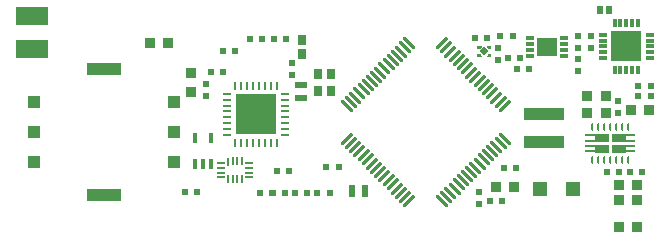
<source format=gbp>
G04 Layer_Color=128*
%FSLAX25Y25*%
%MOIN*%
G70*
G01*
G75*
%ADD28R,0.02559X0.03347*%
%ADD29R,0.02028X0.02362*%
%ADD30R,0.02362X0.02028*%
%ADD31R,0.03600X0.03700*%
%ADD32R,0.03700X0.03600*%
G04:AMPARAMS|DCode=66|XSize=5.91mil|YSize=5.91mil|CornerRadius=1.48mil|HoleSize=0mil|Usage=FLASHONLY|Rotation=270.000|XOffset=0mil|YOffset=0mil|HoleType=Round|Shape=RoundedRectangle|*
%AMROUNDEDRECTD66*
21,1,0.00591,0.00295,0,0,270.0*
21,1,0.00295,0.00591,0,0,270.0*
1,1,0.00295,-0.00148,-0.00148*
1,1,0.00295,-0.00148,0.00148*
1,1,0.00295,0.00148,0.00148*
1,1,0.00295,0.00148,-0.00148*
%
%ADD66ROUNDEDRECTD66*%
%ADD67P,0.02895X4X270.0*%
%ADD68R,0.02559X0.00787*%
%ADD69R,0.00787X0.02559*%
%ADD70R,0.00787X0.02953*%
%ADD72R,0.06890X0.06417*%
%ADD73R,0.02756X0.01181*%
%ADD74R,0.11811X0.03937*%
%ADD75R,0.04331X0.03937*%
%ADD77R,0.03150X0.00984*%
%ADD78R,0.00984X0.03150*%
%ADD79R,0.13386X0.13386*%
%ADD80R,0.02874X0.01181*%
%ADD81R,0.01181X0.02874*%
%ADD82R,0.09842X0.09842*%
%ADD83R,0.03150X0.00787*%
G04:AMPARAMS|DCode=84|XSize=9.45mil|YSize=23.62mil|CornerRadius=4.73mil|HoleSize=0mil|Usage=FLASHONLY|Rotation=180.000|XOffset=0mil|YOffset=0mil|HoleType=Round|Shape=RoundedRectangle|*
%AMROUNDEDRECTD84*
21,1,0.00945,0.01417,0,0,180.0*
21,1,0.00000,0.02362,0,0,180.0*
1,1,0.00945,0.00000,0.00709*
1,1,0.00945,0.00000,0.00709*
1,1,0.00945,0.00000,-0.00709*
1,1,0.00945,0.00000,-0.00709*
%
%ADD84ROUNDEDRECTD84*%
G04:AMPARAMS|DCode=86|XSize=11.02mil|YSize=55.12mil|CornerRadius=0mil|HoleSize=0mil|Usage=FLASHONLY|Rotation=135.000|XOffset=0mil|YOffset=0mil|HoleType=Round|Shape=Round|*
%AMOVALD86*
21,1,0.04409,0.01102,0.00000,0.00000,225.0*
1,1,0.01102,0.01559,0.01559*
1,1,0.01102,-0.01559,-0.01559*
%
%ADD86OVALD86*%

G04:AMPARAMS|DCode=87|XSize=11.02mil|YSize=55.12mil|CornerRadius=0mil|HoleSize=0mil|Usage=FLASHONLY|Rotation=45.000|XOffset=0mil|YOffset=0mil|HoleType=Round|Shape=Round|*
%AMOVALD87*
21,1,0.04409,0.01102,0.00000,0.00000,135.0*
1,1,0.01102,0.01559,-0.01559*
1,1,0.01102,-0.01559,0.01559*
%
%ADD87OVALD87*%

G04:AMPARAMS|DCode=88|XSize=11.02mil|YSize=55.12mil|CornerRadius=5.51mil|HoleSize=0mil|Usage=FLASHONLY|Rotation=135.000|XOffset=0mil|YOffset=0mil|HoleType=Round|Shape=RoundedRectangle|*
%AMROUNDEDRECTD88*
21,1,0.01102,0.04409,0,0,135.0*
21,1,0.00000,0.05512,0,0,135.0*
1,1,0.01102,0.01559,0.01559*
1,1,0.01102,0.01559,0.01559*
1,1,0.01102,-0.01559,-0.01559*
1,1,0.01102,-0.01559,-0.01559*
%
%ADD88ROUNDEDRECTD88*%
%ADD89R,0.01968X0.02756*%
%ADD90R,0.03150X0.03543*%
%ADD91R,0.03937X0.01968*%
%ADD92R,0.13386X0.03858*%
%ADD93R,0.11000X0.06300*%
%ADD94R,0.04724X0.04724*%
%ADD95R,0.01968X0.03937*%
%ADD190R,0.02600X0.02600*%
%ADD191R,0.03032X0.00787*%
%ADD192R,0.04921X0.02598*%
%ADD193R,0.01378X0.03347*%
G36*
X159466Y61188D02*
X157931D01*
Y61621D01*
X158521Y62212D01*
X159466D01*
Y61188D01*
D02*
G37*
G36*
X156277Y61621D02*
Y61188D01*
X154742D01*
Y62212D01*
X155687D01*
X156277Y61621D01*
D02*
G37*
G36*
X159466Y63747D02*
X158521D01*
X157931Y64338D01*
Y64771D01*
X159466D01*
Y63747D01*
D02*
G37*
G36*
X156277Y64338D02*
X155687Y63747D01*
X154742D01*
Y64771D01*
X156277D01*
Y64338D01*
D02*
G37*
D28*
X96300Y62238D02*
D03*
Y66962D02*
D03*
D29*
X82482Y15700D02*
D03*
X86518D02*
D03*
X70018Y56000D02*
D03*
X65982D02*
D03*
X158018Y67500D02*
D03*
X153982D02*
D03*
X202081Y22863D02*
D03*
X198045D02*
D03*
X205545D02*
D03*
X209581D02*
D03*
X74018Y63000D02*
D03*
X69982D02*
D03*
X78982Y67000D02*
D03*
X83018D02*
D03*
X108518Y24500D02*
D03*
X104482D02*
D03*
X167789Y24000D02*
D03*
X163754D02*
D03*
X158982Y13000D02*
D03*
X163018D02*
D03*
X61218Y16000D02*
D03*
X57182D02*
D03*
X87982Y23000D02*
D03*
X92018D02*
D03*
X167982Y57300D02*
D03*
X172018D02*
D03*
X101482Y15700D02*
D03*
X105518D02*
D03*
X86982Y67000D02*
D03*
X91018D02*
D03*
X208482Y48100D02*
D03*
X212518D02*
D03*
X208482Y51600D02*
D03*
X212518D02*
D03*
X98018Y15700D02*
D03*
X93982D02*
D03*
X166518Y68000D02*
D03*
X162482D02*
D03*
X169018Y60800D02*
D03*
X164982D02*
D03*
X86482Y15700D02*
D03*
X90518D02*
D03*
D30*
X201700Y42482D02*
D03*
Y46518D02*
D03*
X161800Y64018D02*
D03*
Y59982D02*
D03*
X93000Y59018D02*
D03*
Y54982D02*
D03*
X64300Y47982D02*
D03*
Y52018D02*
D03*
X188500Y63982D02*
D03*
Y68018D02*
D03*
X155500Y16018D02*
D03*
Y11982D02*
D03*
X188500Y60618D02*
D03*
Y56582D02*
D03*
X192600Y64065D02*
D03*
Y68100D02*
D03*
D31*
X59200Y55650D02*
D03*
Y49550D02*
D03*
D32*
X51650Y65700D02*
D03*
X45550D02*
D03*
X208150Y13400D02*
D03*
X202050D02*
D03*
X212050Y43500D02*
D03*
X205950D02*
D03*
X167150Y17900D02*
D03*
X161050D02*
D03*
X191450Y48000D02*
D03*
X197550D02*
D03*
X191450Y42500D02*
D03*
X197550D02*
D03*
X208150Y4500D02*
D03*
X202050D02*
D03*
X208150Y18400D02*
D03*
X202050D02*
D03*
D66*
X158600Y61700D02*
D03*
Y64259D02*
D03*
X155608D02*
D03*
Y61700D02*
D03*
D67*
X157104Y62980D02*
D03*
D68*
X69374Y25762D02*
D03*
Y24187D02*
D03*
Y22613D02*
D03*
Y21038D02*
D03*
X78626D02*
D03*
Y22613D02*
D03*
Y24187D02*
D03*
Y25762D02*
D03*
D69*
X73213Y20349D02*
D03*
X71638D02*
D03*
X74787D02*
D03*
X76362D02*
D03*
Y26451D02*
D03*
X74787D02*
D03*
X73213D02*
D03*
D70*
X71638Y26254D02*
D03*
D72*
X178000Y64500D02*
D03*
D73*
X172291Y67453D02*
D03*
Y65484D02*
D03*
Y63516D02*
D03*
Y61547D02*
D03*
X183709D02*
D03*
Y63516D02*
D03*
Y65484D02*
D03*
Y67453D02*
D03*
D74*
X30339Y56989D02*
D03*
Y15257D02*
D03*
D75*
X53567Y46123D02*
D03*
Y36123D02*
D03*
Y26123D02*
D03*
X7110Y46123D02*
D03*
Y36123D02*
D03*
Y26123D02*
D03*
D77*
X71453Y35110D02*
D03*
Y37079D02*
D03*
Y39047D02*
D03*
Y41016D02*
D03*
Y42984D02*
D03*
Y44953D02*
D03*
Y46921D02*
D03*
Y48890D02*
D03*
X90547D02*
D03*
Y46921D02*
D03*
Y44953D02*
D03*
Y42984D02*
D03*
Y41016D02*
D03*
Y39047D02*
D03*
Y37079D02*
D03*
Y35110D02*
D03*
D78*
X74110Y51547D02*
D03*
X76079D02*
D03*
X78047D02*
D03*
X80016D02*
D03*
X81984D02*
D03*
X83953D02*
D03*
X85921D02*
D03*
X87890D02*
D03*
Y32453D02*
D03*
X85921D02*
D03*
X83953D02*
D03*
X81984D02*
D03*
X80016D02*
D03*
X78047D02*
D03*
X76079D02*
D03*
X74110D02*
D03*
D79*
X81000Y42000D02*
D03*
D80*
X196728Y60732D02*
D03*
Y62700D02*
D03*
Y64669D02*
D03*
Y66637D02*
D03*
Y68606D02*
D03*
X212200D02*
D03*
Y66637D02*
D03*
Y64669D02*
D03*
Y62700D02*
D03*
Y60732D02*
D03*
D81*
X200527Y72405D02*
D03*
X202495D02*
D03*
X204464D02*
D03*
X206432D02*
D03*
X208401D02*
D03*
Y56932D02*
D03*
X206432D02*
D03*
X204464D02*
D03*
X202495D02*
D03*
X200527D02*
D03*
D82*
X204464Y64669D02*
D03*
D83*
X206150Y31457D02*
D03*
X191976D02*
D03*
Y33268D02*
D03*
X206150D02*
D03*
X191976Y35080D02*
D03*
X206150D02*
D03*
X191976Y29647D02*
D03*
X206150D02*
D03*
D84*
X204969Y26851D02*
D03*
X203000D02*
D03*
X201032D02*
D03*
X199063D02*
D03*
X197094D02*
D03*
X195126D02*
D03*
X193157D02*
D03*
Y37875D02*
D03*
X195126D02*
D03*
X197094D02*
D03*
X199063D02*
D03*
X201032D02*
D03*
X203000D02*
D03*
X204969D02*
D03*
D86*
X163908Y44829D02*
D03*
X162516Y46220D02*
D03*
X161124Y47613D02*
D03*
X159732Y49004D02*
D03*
X158340Y50396D02*
D03*
X156948Y51788D02*
D03*
X155556Y53180D02*
D03*
X154164Y54572D02*
D03*
X152772Y55964D02*
D03*
X151380Y57356D02*
D03*
X149988Y58748D02*
D03*
X148596Y60140D02*
D03*
X147204Y61532D02*
D03*
X145812Y62924D02*
D03*
X144421Y64316D02*
D03*
X143029Y65708D02*
D03*
X111292Y33971D02*
D03*
X112684Y32579D02*
D03*
X114076Y31187D02*
D03*
X115468Y29796D02*
D03*
X116860Y28404D02*
D03*
X118252Y27012D02*
D03*
X119644Y25620D02*
D03*
X121036Y24228D02*
D03*
X122428Y22836D02*
D03*
X123820Y21444D02*
D03*
X125212Y20052D02*
D03*
X126604Y18660D02*
D03*
X127996Y17268D02*
D03*
X129387Y15876D02*
D03*
X132171Y13092D02*
D03*
D87*
Y65708D02*
D03*
X130780Y64316D02*
D03*
X129387Y62924D02*
D03*
X127996Y61532D02*
D03*
X126604Y60140D02*
D03*
X125212Y58748D02*
D03*
X123820Y57356D02*
D03*
X122428Y55964D02*
D03*
X121036Y54572D02*
D03*
X119644Y53180D02*
D03*
X118252Y51788D02*
D03*
X116860Y50396D02*
D03*
X115468Y49004D02*
D03*
X114076Y47613D02*
D03*
X112684Y46220D02*
D03*
X111292Y44829D02*
D03*
X143029Y13092D02*
D03*
X144421Y14484D02*
D03*
X145812Y15876D02*
D03*
X147204Y17268D02*
D03*
X148596Y18660D02*
D03*
X149988Y20052D02*
D03*
X151380Y21444D02*
D03*
X152772Y22836D02*
D03*
X154164Y24228D02*
D03*
X155556Y25620D02*
D03*
X156948Y27012D02*
D03*
X158340Y28404D02*
D03*
X159732Y29796D02*
D03*
X161124Y31187D02*
D03*
X162516Y32579D02*
D03*
X163908Y33971D02*
D03*
D88*
X130780Y14484D02*
D03*
D89*
X195824Y76800D02*
D03*
X198776D02*
D03*
D90*
X101835Y49665D02*
D03*
X106165D02*
D03*
X101835Y55335D02*
D03*
X106165D02*
D03*
D91*
X96000Y47335D02*
D03*
Y51665D02*
D03*
D92*
X177000Y42165D02*
D03*
Y32835D02*
D03*
D93*
X6500Y63900D02*
D03*
Y74900D02*
D03*
D94*
X175551Y17039D02*
D03*
X186512Y17000D02*
D03*
D95*
X117465Y16400D02*
D03*
X113135D02*
D03*
D190*
X178000Y64500D02*
D03*
D191*
X204199Y29647D02*
D03*
Y31458D02*
D03*
Y33268D02*
D03*
Y35079D02*
D03*
X193925Y35079D02*
D03*
Y33268D02*
D03*
Y31458D02*
D03*
Y29647D02*
D03*
D192*
X201917Y34173D02*
D03*
X196209Y34173D02*
D03*
Y30553D02*
D03*
X201917Y30553D02*
D03*
D193*
X65959Y25469D02*
D03*
X63400D02*
D03*
X60841D02*
D03*
Y34131D02*
D03*
X65959D02*
D03*
M02*

</source>
